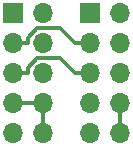
<source format=gbr>
G04 #@! TF.GenerationSoftware,KiCad,Pcbnew,(5.1.0-0)*
G04 #@! TF.CreationDate,2019-08-08T22:33:38-04:00*
G04 #@! TF.ProjectId,Dell Optiplex USB Header Sense Adapter,44656c6c-204f-4707-9469-706c65782055,rev?*
G04 #@! TF.SameCoordinates,Original*
G04 #@! TF.FileFunction,Copper,L1,Top*
G04 #@! TF.FilePolarity,Positive*
%FSLAX46Y46*%
G04 Gerber Fmt 4.6, Leading zero omitted, Abs format (unit mm)*
G04 Created by KiCad (PCBNEW (5.1.0-0)) date 2019-08-08 22:33:38*
%MOMM*%
%LPD*%
G04 APERTURE LIST*
%ADD10R,1.700000X1.700000*%
%ADD11O,1.700000X1.700000*%
%ADD12C,0.350000*%
G04 APERTURE END LIST*
D10*
X162460000Y-88825000D03*
D11*
X165000000Y-88825000D03*
X162460000Y-91365000D03*
X165000000Y-91365000D03*
X162460000Y-93905000D03*
X165000000Y-93905000D03*
X162460000Y-96445000D03*
X165000000Y-96445000D03*
X162460000Y-98985000D03*
X165000000Y-98985000D03*
D10*
X156000000Y-88825000D03*
D11*
X158540000Y-88825000D03*
X156000000Y-91365000D03*
X158540000Y-91365000D03*
X156000000Y-93905000D03*
X158540000Y-93905000D03*
X156000000Y-96445000D03*
X158540000Y-96445000D03*
X156000000Y-98985000D03*
X158540000Y-98985000D03*
D12*
X162460000Y-91365000D02*
X161234700Y-91365000D01*
X156000000Y-91365000D02*
X157225300Y-91365000D01*
X157225300Y-91365000D02*
X157225300Y-90905500D01*
X157225300Y-90905500D02*
X158035800Y-90095000D01*
X158035800Y-90095000D02*
X159964700Y-90095000D01*
X159964700Y-90095000D02*
X161234700Y-91365000D01*
X162460000Y-93905000D02*
X161234700Y-93905000D01*
X156000000Y-93905000D02*
X157225300Y-93905000D01*
X157225300Y-93905000D02*
X157225300Y-93445500D01*
X157225300Y-93445500D02*
X158035800Y-92635000D01*
X158035800Y-92635000D02*
X159964700Y-92635000D01*
X159964700Y-92635000D02*
X161234700Y-93905000D01*
X158540000Y-96445000D02*
X157225300Y-96445000D01*
X156000000Y-96445000D02*
X157225300Y-96445000D01*
X158540000Y-98985000D02*
X158540000Y-96445000D01*
X165000000Y-98985000D02*
X165000000Y-96445000D01*
M02*

</source>
